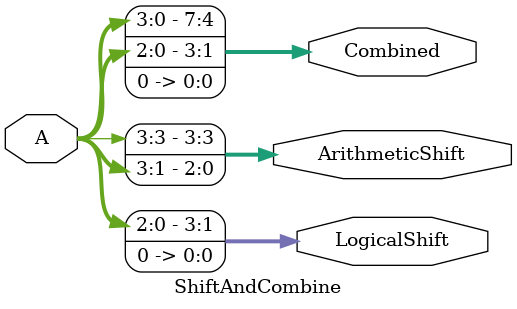
<source format=v>
module ShiftAndCombine(
   input [3:0] A,
	output [3:0] LogicalShift,
	output [3:0] ArithmeticShift,
	output [7:0] Combined);
	
	//Logic
	
	//logical shift to the left
	assign LogicalShift = A << 1;
	//arithmetic shift to the right
	assign ArithmeticShift = $signed(A) >>> 1;
	
	//concatenation of A and Logical Shift result
	assign Combined = {A, LogicalShift};
endmodule
</source>
